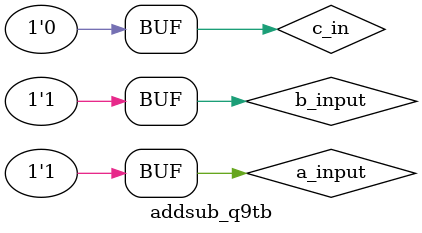
<source format=v>
module addsub_q9tb;
reg a_input,b_input,c_in;
wire sum,carry_out;
addsub_q9 obj(.a_input(a_input),.b_input(b_input),.c_in(c_in),.sum(sum),.carry_out(carry_out));
 initial 
  begin
    a_input=1'b0;b_input=1'b0;c_in=1'b0;
    #10
	 a_input=1'b0;b_input=1'b0;c_in=1'b1;
	 #10
	 a_input=1'b0;b_input=1'b1;c_in=1'b0;
	 #10
	 a_input=1'b0;b_input=1'b1;c_in=1'b1;
	 #10
	 a_input=1'b1;b_input=1'b0;c_in=1'b0;
	 #10
	 a_input=1'b1;b_input=1'b1;c_in=1'b1;
	 #10
	 a_input=1'b1;b_input=1'b0;c_in=1'b1;
	 #10
	 a_input=1'b1;b_input=1'b1;c_in=1'b0;
  end
     
endmodule

</source>
